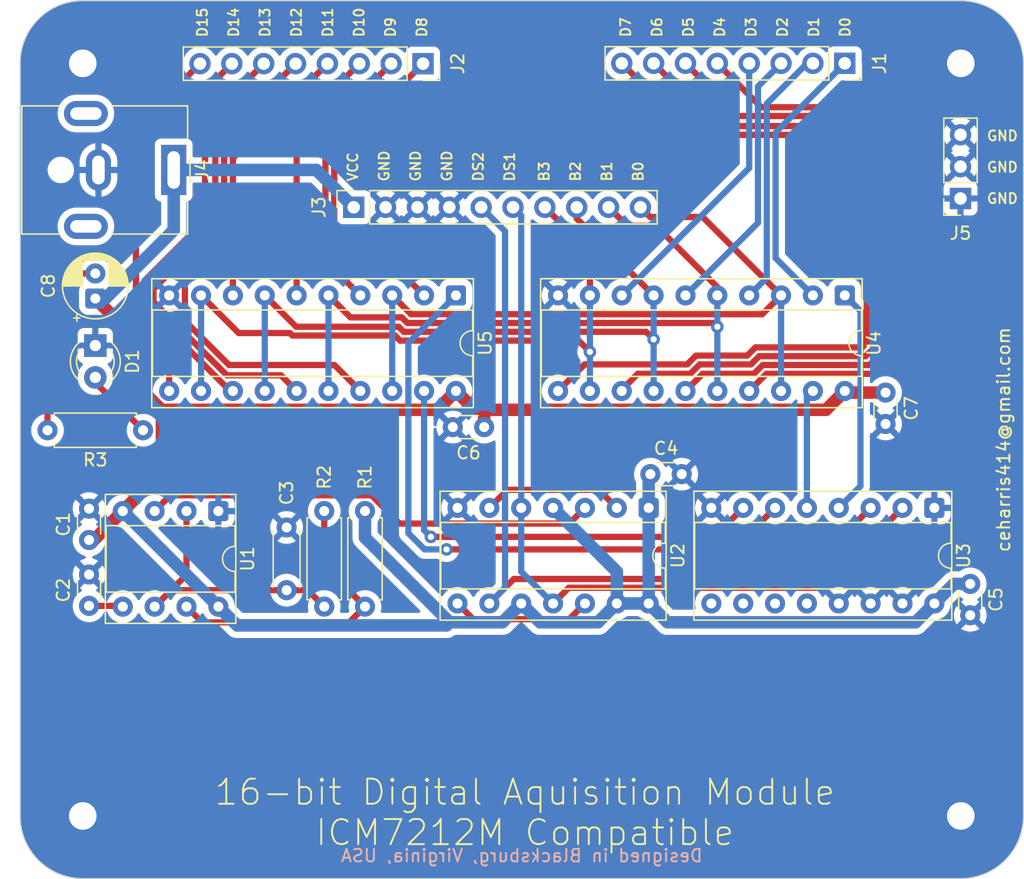
<source format=kicad_pcb>
(kicad_pcb (version 20241229) (generator "pcbnew") (generator_version "9.0")
  (layers (0 "F.Cu" signal) (2 "B.Cu" signal) (13 "F.Paste" user) (15 "B.Paste" user) (5 "F.SilkS" user "F.Silkscreen") (7 "B.SilkS" user "B.Silkscreen") (1 "F.Mask" user) (3 "B.Mask" user) (25 "Edge.Cuts" user))
  (net 0 "")
  (net 1 "VCC")
  (net 2 "GND")
  (net 3 "Net-(U1-CV)")
  (net 4 "Net-(U1-THR)")
  (net 5 "/D3")
  (net 6 "/D2")
  (net 7 "/D6")
  (net 8 "/D0")
  (net 9 "/D7")
  (net 10 "/D1")
  (net 11 "/D5")
  (net 12 "/D4")
  (net 13 "/D8")
  (net 14 "/D10")
  (net 15 "/D11")
  (net 16 "/D12")
  (net 17 "/D9")
  (net 18 "/D13")
  (net 19 "/D14")
  (net 20 "/D15")
  (net 21 "Net-(J3-Pin_5)")
  (net 22 "Net-(J3-Pin_8)")
  (net 23 "Net-(J3-Pin_10)")
  (net 24 "Net-(J3-Pin_9)")
  (net 25 "Net-(J3-Pin_7)")
  (net 26 "Net-(J3-Pin_6)")
  (net 27 "Net-(U1-DIS)")
  (net 28 "Net-(U1-Q)")
  (net 29 "Net-(U2B-D)")
  (net 30 "Net-(U2A-D)")
  (net 32 "Net-(U3-1Y3)")
  (net 35 "Net-(U3-1Y0)")
  (net 37 "Net-(U3-1Y2)")
  (net 38 "Net-(U3-1Y1)")
  (net 39 "Net-(C8-Pad2)")
  (net 40 "Net-(D1-A)")
  (footprint "Connector_BarrelJack:BarrelJack_CUI_PJ-063AH_Horizontal" (layer "F.Cu") (at 62.25 63.5 -90)
    (property "Reference" "J4" (at 0 -2.3 90) (layer "F.SilkS"))
    (property "Value" "Jack-DC")
    (pad "" np_thru_hole circle (at 0 9 270) (size 1.6 1.6) (drill 1.6) (layers "*.Cu" "*.Mask"))
    (pad "1" thru_hole rect (at 0 0 270) (size 4 2) (drill oval 3 1) (layers "*.Cu" "*.Mask") (net 1 "VCC"))
    (pad "2" thru_hole oval (at 0 6 270) (size 3.3 2) (drill oval 2.3 1) (layers "*.Cu" "*.Mask") (net 2 "GND"))
    (pad "MP" thru_hole oval (at -4.5 7 270) (size 2 3.5) (drill oval 1 2.5) (layers "*.Cu" "*.Mask"))
    (pad "MP" thru_hole oval (at 4.5 7 270) (size 2 3.5) (drill oval 1 2.5) (layers "*.Cu" "*.Mask"))
  )
  (footprint "Capacitor_THT:C_Disc_D3.0mm_W1.6mm_P2.50mm" (layer "F.Cu") (at 100.25 87.75)
    (property "Reference" "C4" (at 1.25 -2.05 0) (layer "F.SilkS"))
    (property "Value" "100nF")
    (pad "1" thru_hole circle (at 0 0) (size 1.6 1.6) (drill 0.8) (layers "*.Cu" "*.Mask") (net 1 "VCC"))
    (pad "2" thru_hole circle (at 2.5 0) (size 1.6 1.6) (drill 0.8) (layers "*.Cu" "*.Mask") (net 2 "GND"))
  )
  (footprint "Connector_PinSocket_2.54mm:PinSocket_1x08_P2.54mm_Vertical" (layer "F.Cu") (at 82.125 55.025 -90)
    (property "Reference" "J2" (at 0 -2.77 90) (layer "F.SilkS"))
    (property "Value" "Conn_01x08_Socket" (hide yes))
    (pad "1" thru_hole rect (at 0 0 270) (size 1.7 1.7) (drill 1) (layers "*.Cu" "*.Mask") (net 13 "/D8"))
    (pad "2" thru_hole circle (at 0 2.54 270) (size 1.7 1.7) (drill 1) (layers "*.Cu" "*.Mask") (net 17 "/D9"))
    (pad "3" thru_hole circle (at 0 5.08 270) (size 1.7 1.7) (drill 1) (layers "*.Cu" "*.Mask") (net 14 "/D10"))
    (pad "4" thru_hole circle (at 0 7.62 270) (size 1.7 1.7) (drill 1) (layers "*.Cu" "*.Mask") (net 15 "/D11"))
    (pad "5" thru_hole circle (at 0 10.16 270) (size 1.7 1.7) (drill 1) (layers "*.Cu" "*.Mask") (net 16 "/D12"))
    (pad "6" thru_hole circle (at 0 12.7 270) (size 1.7 1.7) (drill 1) (layers "*.Cu" "*.Mask") (net 18 "/D13"))
    (pad "7" thru_hole circle (at 0 15.24 270) (size 1.7 1.7) (drill 1) (layers "*.Cu" "*.Mask") (net 19 "/D14"))
    (pad "8" thru_hole circle (at 0 17.78 270) (size 1.7 1.7) (drill 1) (layers "*.Cu" "*.Mask") (net 20 "/D15"))
  )
  (footprint "Package_DIP:DIP-16_W7.62mm_Socket" (layer "F.Cu") (at 122.89 90.44 -90)
    (property "Reference" "U3" (at 3.81 -2.33 90) (layer "F.SilkS"))
    (property "Value" "74HC139")
    (pad "1" thru_hole roundrect (at 0 0 270) (size 1.6 1.6) (drill 0.8) (layers "*.Cu" "*.Mask") (roundrect_rratio 0.15625) (net 2 "GND"))
    (pad "2" thru_hole circle (at 0 2.54 270) (size 1.6 1.6) (drill 0.8) (layers "*.Cu" "*.Mask") (net 26 "Net-(J3-Pin_6)"))
    (pad "3" thru_hole circle (at 0 5.08 270) (size 1.6 1.6) (drill 0.8) (layers "*.Cu" "*.Mask") (net 21 "Net-(J3-Pin_5)"))
    (pad "4" thru_hole circle (at 0 7.62 270) (size 1.6 1.6) (drill 0.8) (layers "*.Cu" "*.Mask") (net 35 "Net-(U3-1Y0)"))
    (pad "5" thru_hole circle (at 0 10.16 270) (size 1.6 1.6) (drill 0.8) (layers "*.Cu" "*.Mask") (net 38 "Net-(U3-1Y1)"))
    (pad "6" thru_hole circle (at 0 12.7 270) (size 1.6 1.6) (drill 0.8) (layers "*.Cu" "*.Mask") (net 37 "Net-(U3-1Y2)"))
    (pad "7" thru_hole circle (at 0 15.24 270) (size 1.6 1.6) (drill 0.8) (layers "*.Cu" "*.Mask") (net 32 "Net-(U3-1Y3)"))
    (pad "8" thru_hole circle (at 0 17.78 270) (size 1.6 1.6) (drill 0.8) (layers "*.Cu" "*.Mask") (net 2 "GND"))
    (pad "9" thru_hole circle (at 7.62 17.78 270) (size 1.6 1.6) (drill 0.8) (layers "*.Cu" "*.Mask"))
    (pad "10" thru_hole circle (at 7.62 15.24 270) (size 1.6 1.6) (drill 0.8) (layers "*.Cu" "*.Mask"))
    (pad "11" thru_hole circle (at 7.62 12.7 270) (size 1.6 1.6) (drill 0.8) (layers "*.Cu" "*.Mask"))
    (pad "12" thru_hole circle (at 7.62 10.16 270) (size 1.6 1.6) (drill 0.8) (layers "*.Cu" "*.Mask"))
    (pad "13" thru_hole circle (at 7.62 7.62 270) (size 1.6 1.6) (drill 0.8) (layers "*.Cu" "*.Mask") (net 2 "GND"))
    (pad "14" thru_hole circle (at 7.62 5.08 270) (size 1.6 1.6) (drill 0.8) (layers "*.Cu" "*.Mask") (net 2 "GND"))
    (pad "15" thru_hole circle (at 7.62 2.54 270) (size 1.6 1.6) (drill 0.8) (layers "*.Cu" "*.Mask") (net 2 "GND"))
    (pad "16" thru_hole circle (at 7.62 0 270) (size 1.6 1.6) (drill 0.8) (layers "*.Cu" "*.Mask") (net 1 "VCC"))
  )
  (footprint "Capacitor_THT:C_Disc_D3.0mm_W1.6mm_P2.50mm" (layer "F.Cu") (at 55.5 98.25 90)
    (property "Reference" "C2" (at 1.25 -2.05 90) (layer "F.SilkS"))
    (property "Value" "10nF")
    (pad "1" thru_hole circle (at 0 0 90) (size 1.6 1.6) (drill 0.8) (layers "*.Cu" "*.Mask") (net 3 "Net-(U1-CV)"))
    (pad "2" thru_hole circle (at 2.5 0 90) (size 1.6 1.6) (drill 0.8) (layers "*.Cu" "*.Mask") (net 2 "GND"))
  )
  (footprint "MountingHole:MountingHole_2.2mm_M2_DIN965_Pad" (layer "F.Cu") (at 55 55)
    (property "Reference" "H1" (hide yes))
    (property "Value" "MountingHole_Pad" (hide yes))
    (pad "1" thru_hole circle (at 0 0) (size 3.8 3.8) (drill 2.2) (layers "*.Cu" "*.Mask") (net 2 "GND"))
  )
  (footprint "Package_DIP:DIP-20_W7.62mm_Socket" (layer "F.Cu") (at 115.75 73.5 -90)
    (property "Reference" "U4" (at 3.81 -2.33 90) (layer "F.SilkS"))
    (property "Value" "74HC244")
    (pad "1" thru_hole roundrect (at 0 0 270) (size 1.6 1.6) (drill 0.8) (layers "*.Cu" "*.Mask") (roundrect_rratio 0.15625) (net 35 "Net-(U3-1Y0)"))
    (pad "2" thru_hole circle (at 0 2.54 270) (size 1.6 1.6) (drill 0.8) (layers "*.Cu" "*.Mask") (net 8 "/D0"))
    (pad "3" thru_hole circle (at 0 5.08 270) (size 1.6 1.6) (drill 0.8) (layers "*.Cu" "*.Mask") (net 23 "Net-(J3-Pin_10)"))
    (pad "4" thru_hole circle (at 0 7.62 270) (size 1.6 1.6) (drill 0.8) (layers "*.Cu" "*.Mask") (net 10 "/D1"))
    (pad "5" thru_hole circle (at 0 10.16 270) (size 1.6 1.6) (drill 0.8) (layers "*.Cu" "*.Mask") (net 24 "Net-(J3-Pin_9)"))
    (pad "6" thru_hole circle (at 0 12.7 270) (size 1.6 1.6) (drill 0.8) (layers "*.Cu" "*.Mask") (net 6 "/D2"))
    (pad "7" thru_hole circle (at 0 15.24 270) (size 1.6 1.6) (drill 0.8) (layers "*.Cu" "*.Mask") (net 22 "Net-(J3-Pin_8)"))
    (pad "8" thru_hole circle (at 0 17.78 270) (size 1.6 1.6) (drill 0.8) (layers "*.Cu" "*.Mask") (net 5 "/D3"))
    (pad "9" thru_hole circle (at 0 20.32 270) (size 1.6 1.6) (drill 0.8) (layers "*.Cu" "*.Mask") (net 25 "Net-(J3-Pin_7)"))
    (pad "10" thru_hole circle (at 0 22.86 270) (size 1.6 1.6) (drill 0.8) (layers "*.Cu" "*.Mask") (net 2 "GND"))
    (pad "11" thru_hole circle (at 7.62 22.86 270) (size 1.6 1.6) (drill 0.8) (layers "*.Cu" "*.Mask") (net 9 "/D7"))
    (pad "12" thru_hole circle (at 7.62 20.32 270) (size 1.6 1.6) (drill 0.8) (layers "*.Cu" "*.Mask") (net 25 "Net-(J3-Pin_7)"))
    (pad "13" thru_hole circle (at 7.62 17.78 270) (size 1.6 1.6) (drill 0.8) (layers "*.Cu" "*.Mask") (net 7 "/D6"))
    (pad "14" thru_hole circle (at 7.62 15.24 270) (size 1.6 1.6) (drill 0.8) (layers "*.Cu" "*.Mask") (net 22 "Net-(J3-Pin_8)"))
    (pad "15" thru_hole circle (at 7.62 12.7 270) (size 1.6 1.6) (drill 0.8) (layers "*.Cu" "*.Mask") (net 11 "/D5"))
    (pad "16" thru_hole circle (at 7.62 10.16 270) (size 1.6 1.6) (drill 0.8) (layers "*.Cu" "*.Mask") (net 24 "Net-(J3-Pin_9)"))
    (pad "17" thru_hole circle (at 7.62 7.62 270) (size 1.6 1.6) (drill 0.8) (layers "*.Cu" "*.Mask") (net 12 "/D4"))
    (pad "18" thru_hole circle (at 7.62 5.08 270) (size 1.6 1.6) (drill 0.8) (layers "*.Cu" "*.Mask") (net 23 "Net-(J3-Pin_10)"))
    (pad "19" thru_hole circle (at 7.62 2.54 270) (size 1.6 1.6) (drill 0.8) (layers "*.Cu" "*.Mask") (net 38 "Net-(U3-1Y1)"))
    (pad "20" thru_hole circle (at 7.62 0 270) (size 1.6 1.6) (drill 0.8) (layers "*.Cu" "*.Mask") (net 1 "VCC"))
  )
  (footprint "Package_DIP:DIP-20_W7.62mm_Socket" (layer "F.Cu") (at 84.75 73.5 -90)
    (property "Reference" "U5" (at 3.81 -2.33 90) (layer "F.SilkS"))
    (property "Value" "74HC244")
    (pad "1" thru_hole roundrect (at 0 0 270) (size 1.6 1.6) (drill 0.8) (layers "*.Cu" "*.Mask") (roundrect_rratio 0.15625) (net 37 "Net-(U3-1Y2)"))
    (pad "2" thru_hole circle (at 0 2.54 270) (size 1.6 1.6) (drill 0.8) (layers "*.Cu" "*.Mask") (net 13 "/D8"))
    (pad "3" thru_hole circle (at 0 5.08 270) (size 1.6 1.6) (drill 0.8) (layers "*.Cu" "*.Mask") (net 23 "Net-(J3-Pin_10)"))
    (pad "4" thru_hole circle (at 0 7.62 270) (size 1.6 1.6) (drill 0.8) (layers "*.Cu" "*.Mask") (net 17 "/D9"))
    (pad "5" thru_hole circle (at 0 10.16 270) (size 1.6 1.6) (drill 0.8) (layers "*.Cu" "*.Mask") (net 24 "Net-(J3-Pin_9)"))
    (pad "6" thru_hole circle (at 0 12.7 270) (size 1.6 1.6) (drill 0.8) (layers "*.Cu" "*.Mask") (net 14 "/D10"))
    (pad "7" thru_hole circle (at 0 15.24 270) (size 1.6 1.6) (drill 0.8) (layers "*.Cu" "*.Mask") (net 22 "Net-(J3-Pin_8)"))
    (pad "8" thru_hole circle (at 0 17.78 270) (size 1.6 1.6) (drill 0.8) (layers "*.Cu" "*.Mask") (net 15 "/D11"))
    (pad "9" thru_hole circle (at 0 20.32 270) (size 1.6 1.6) (drill 0.8) (layers "*.Cu" "*.Mask") (net 25 "Net-(J3-Pin_7)"))
    (pad "10" thru_hole circle (at 0 22.86 270) (size 1.6 1.6) (drill 0.8) (layers "*.Cu" "*.Mask") (net 2 "GND"))
    (pad "11" thru_hole circle (at 7.62 22.86 270) (size 1.6 1.6) (drill 0.8) (layers "*.Cu" "*.Mask") (net 20 "/D15"))
    (pad "12" thru_hole circle (at 7.62 20.32 270) (size 1.6 1.6) (drill 0.8) (layers "*.Cu" "*.Mask") (net 25 "Net-(J3-Pin_7)"))
    (pad "13" thru_hole circle (at 7.62 17.78 270) (size 1.6 1.6) (drill 0.8) (layers "*.Cu" "*.Mask") (net 19 "/D14"))
    (pad "14" thru_hole circle (at 7.62 15.24 270) (size 1.6 1.6) (drill 0.8) (layers "*.Cu" "*.Mask") (net 22 "Net-(J3-Pin_8)"))
    (pad "15" thru_hole circle (at 7.62 12.7 270) (size 1.6 1.6) (drill 0.8) (layers "*.Cu" "*.Mask") (net 18 "/D13"))
    (pad "16" thru_hole circle (at 7.62 10.16 270) (size 1.6 1.6) (drill 0.8) (layers "*.Cu" "*.Mask") (net 24 "Net-(J3-Pin_9)"))
    (pad "17" thru_hole circle (at 7.62 7.62 270) (size 1.6 1.6) (drill 0.8) (layers "*.Cu" "*.Mask") (net 16 "/D12"))
    (pad "18" thru_hole circle (at 7.62 5.08 270) (size 1.6 1.6) (drill 0.8) (layers "*.Cu" "*.Mask") (net 23 "Net-(J3-Pin_10)"))
    (pad "19" thru_hole circle (at 7.62 2.54 270) (size 1.6 1.6) (drill 0.8) (layers "*.Cu" "*.Mask") (net 32 "Net-(U3-1Y3)"))
    (pad "20" thru_hole circle (at 7.62 0 270) (size 1.6 1.6) (drill 0.8) (layers "*.Cu" "*.Mask") (net 1 "VCC"))
  )
  (footprint "Package_DIP:DIP-8_W7.62mm_Socket" (layer "F.Cu") (at 65.81 90.695 -90)
    (property "Reference" "U1" (at 3.81 -2.33 270) (layer "F.SilkS"))
    (property "Value" "NE555P")
    (pad "1" thru_hole roundrect (at 0 0 270) (size 1.6 1.6) (drill 0.8) (layers "*.Cu" "*.Mask") (roundrect_rratio 0.15625) (net 2 "GND"))
    (pad "2" thru_hole circle (at 0 2.54 270) (size 1.6 1.6) (drill 0.8) (layers "*.Cu" "*.Mask") (net 4 "Net-(U1-THR)"))
    (pad "3" thru_hole circle (at 0 5.08 270) (size 1.6 1.6) (drill 0.8) (layers "*.Cu" "*.Mask") (net 28 "Net-(U1-Q)"))
    (pad "4" thru_hole circle (at 0 7.62 270) (size 1.6 1.6) (drill 0.8) (layers "*.Cu" "*.Mask") (net 1 "VCC"))
    (pad "5" thru_hole circle (at 7.62 7.62 270) (size 1.6 1.6) (drill 0.8) (layers "*.Cu" "*.Mask") (net 3 "Net-(U1-CV)"))
    (pad "6" thru_hole circle (at 7.62 5.08 270) (size 1.6 1.6) (drill 0.8) (layers "*.Cu" "*.Mask") (net 4 "Net-(U1-THR)"))
    (pad "7" thru_hole circle (at 7.62 2.54 270) (size 1.6 1.6) (drill 0.8) (layers "*.Cu" "*.Mask") (net 27 "Net-(U1-DIS)"))
    (pad "8" thru_hole circle (at 7.62 0 270) (size 1.6 1.6) (drill 0.8) (layers "*.Cu" "*.Mask") (net 1 "VCC"))
  )
  (footprint "Package_DIP:DIP-14_W7.62mm_Socket" (layer "F.Cu") (at 100.115 90.44 -90)
    (property "Reference" "U2" (at 3.81 -2.33 90) (layer "F.SilkS"))
    (property "Value" "74HC74")
    (pad "1" thru_hole roundrect (at 0 0 270) (size 1.6 1.6) (drill 0.8) (layers "*.Cu" "*.Mask") (roundrect_rratio 0.15625) (net 1 "VCC"))
    (pad "2" thru_hole circle (at 0 2.54 270) (size 1.6 1.6) (drill 0.8) (layers "*.Cu" "*.Mask") (net 30 "Net-(U2A-D)"))
    (pad "3" thru_hole circle (at 0 5.08 270) (size 1.6 1.6) (drill 0.8) (layers "*.Cu" "*.Mask") (net 28 "Net-(U1-Q)"))
    (pad "4" thru_hole circle (at 0 7.62 270) (size 1.6 1.6) (drill 0.8) (layers "*.Cu" "*.Mask") (net 1 "VCC"))
    (pad "5" thru_hole circle (at 0 10.16 270) (size 1.6 1.6) (drill 0.8) (layers "*.Cu" "*.Mask") (net 26 "Net-(J3-Pin_6)"))
    (pad "6" thru_hole circle (at 0 12.7 270) (size 1.6 1.6) (drill 0.8) (layers "*.Cu" "*.Mask") (net 30 "Net-(U2A-D)"))
    (pad "7" thru_hole circle (at 0 15.24 270) (size 1.6 1.6) (drill 0.8) (layers "*.Cu" "*.Mask") (net 2 "GND"))
    (pad "8" thru_hole circle (at 7.62 15.24 270) (size 1.6 1.6) (drill 0.8) (layers "*.Cu" "*.Mask") (net 29 "Net-(U2B-D)"))
    (pad "9" thru_hole circle (at 7.62 12.7 270) (size 1.6 1.6) (drill 0.8) (layers "*.Cu" "*.Mask") (net 21 "Net-(J3-Pin_5)"))
    (pad "10" thru_hole circle (at 7.62 10.16 270) (size 1.6 1.6) (drill 0.8) (layers "*.Cu" "*.Mask") (net 1 "VCC"))
    (pad "11" thru_hole circle (at 7.62 7.62 270) (size 1.6 1.6) (drill 0.8) (layers "*.Cu" "*.Mask") (net 26 "Net-(J3-Pin_6)"))
    (pad "12" thru_hole circle (at 7.62 5.08 270) (size 1.6 1.6) (drill 0.8) (layers "*.Cu" "*.Mask") (net 29 "Net-(U2B-D)"))
    (pad "13" thru_hole circle (at 7.62 2.54 270) (size 1.6 1.6) (drill 0.8) (layers "*.Cu" "*.Mask") (net 1 "VCC"))
    (pad "14" thru_hole circle (at 7.62 0 270) (size 1.6 1.6) (drill 0.8) (layers "*.Cu" "*.Mask") (net 1 "VCC"))
  )
  (footprint "Connector_PinSocket_2.54mm:PinSocket_1x10_P2.54mm_Vertical" (layer "F.Cu") (at 76.6 66.475 90)
    (property "Reference" "J3" (at 0 -2.77 90) (layer "F.SilkS"))
    (property "Value" "Conn_01x10_Socket" (hide yes))
    (pad "1" thru_hole rect (at 0 0 90) (size 1.7 1.7) (drill 1) (layers "*.Cu" "*.Mask") (net 1 "VCC"))
    (pad "2" thru_hole circle (at 0 2.54 90) (size 1.7 1.7) (drill 1) (layers "*.Cu" "*.Mask") (net 2 "GND"))
    (pad "3" thru_hole circle (at 0 5.08 90) (size 1.7 1.7) (drill 1) (layers "*.Cu" "*.Mask") (net 2 "GND"))
    (pad "4" thru_hole circle (at 0 7.62 90) (size 1.7 1.7) (drill 1) (layers "*.Cu" "*.Mask") (net 2 "GND"))
    (pad "5" thru_hole circle (at 0 10.16 90) (size 1.7 1.7) (drill 1) (layers "*.Cu" "*.Mask") (net 21 "Net-(J3-Pin_5)"))
    (pad "6" thru_hole circle (at 0 12.7 90) (size 1.7 1.7) (drill 1) (layers "*.Cu" "*.Mask") (net 26 "Net-(J3-Pin_6)"))
    (pad "7" thru_hole circle (at 0 15.24 90) (size 1.7 1.7) (drill 1) (layers "*.Cu" "*.Mask") (net 25 "Net-(J3-Pin_7)"))
    (pad "8" thru_hole circle (at 0 17.78 90) (size 1.7 1.7) (drill 1) (layers "*.Cu" "*.Mask") (net 22 "Net-(J3-Pin_8)"))
    (pad "9" thru_hole circle (at 0 20.32 90) (size 1.7 1.7) (drill 1) (layers "*.Cu" "*.Mask") (net 24 "Net-(J3-Pin_9)"))
    (pad "10" thru_hole circle (at 0 22.86 90) (size 1.7 1.7) (drill 1) (layers "*.Cu" "*.Mask") (net 23 "Net-(J3-Pin_10)"))
  )
  (footprint "Capacitor_THT:C_Disc_D3.0mm_W1.6mm_P2.50mm" (layer "F.Cu") (at 119 81.25 -90)
    (property "Reference" "C7" (at 1.25 -2.05 90) (layer "F.SilkS"))
    (property "Value" "100nF")
    (pad "1" thru_hole circle (at 0 0 270) (size 1.6 1.6) (drill 0.8) (layers "*.Cu" "*.Mask") (net 1 "VCC"))
    (pad "2" thru_hole circle (at 2.5 0 270) (size 1.6 1.6) (drill 0.8) (layers "*.Cu" "*.Mask") (net 2 "GND"))
  )
  (footprint "Resistor_THT:R_Axial_DIN0207_L6.3mm_D2.5mm_P7.62mm_Horizontal" (layer "F.Cu") (at 74.25 98.31 90)
    (property "Reference" "R2" (at 10.31 0 90) (layer "F.SilkS"))
    (property "Value" "100K")
    (pad "1" thru_hole circle (at 0 0 90) (size 1.6 1.6) (drill 0.8) (layers "*.Cu" "*.Mask") (net 4 "Net-(U1-THR)"))
    (pad "2" thru_hole circle (at 7.62 0 90) (size 1.6 1.6) (drill 0.8) (layers "*.Cu" "*.Mask") (net 27 "Net-(U1-DIS)"))
  )
  (footprint "Capacitor_THT:C_Disc_D3.0mm_W1.6mm_P2.50mm" (layer "F.Cu") (at 55.5 93 90)
    (property "Reference" "C1" (at 1.25 -2.05 90) (layer "F.SilkS"))
    (property "Value" "100nF")
    (pad "1" thru_hole circle (at 0 0 90) (size 1.6 1.6) (drill 0.8) (layers "*.Cu" "*.Mask") (net 1 "VCC"))
    (pad "2" thru_hole circle (at 2.5 0 90) (size 1.6 1.6) (drill 0.8) (layers "*.Cu" "*.Mask") (net 2 "GND"))
  )
  (footprint "Capacitor_THT:C_Disc_D4.3mm_W1.9mm_P5.00mm" (layer "F.Cu") (at 71.25 97 90)
    (property "Reference" "C3" (at 7.75 0 90) (layer "F.SilkS"))
    (property "Value" "6.8nF")
    (pad "1" thru_hole circle (at 0 0 90) (size 1.6 1.6) (drill 0.8) (layers "*.Cu" "*.Mask") (net 4 "Net-(U1-THR)"))
    (pad "2" thru_hole circle (at 5 0 90) (size 1.6 1.6) (drill 0.8) (layers "*.Cu" "*.Mask") (net 2 "GND"))
  )
  (footprint "LED_THT:LED_D3.0mm" (layer "F.Cu") (at 56 77.5 -90)
    (property "Reference" "D1" (at 1.27 -2.96 90) (layer "F.SilkS"))
    (property "Value" "LED")
    (pad "1" thru_hole rect (at 0 0 270) (size 1.8 1.8) (drill 0.9) (layers "*.Cu" "*.Mask") (net 2 "GND"))
    (pad "2" thru_hole circle (at 2.54 0 270) (size 1.8 1.8) (drill 0.9) (layers "*.Cu" "*.Mask") (net 40 "Net-(D1-A)"))
  )
  (footprint "Capacitor_THT:C_Disc_D3.0mm_W1.6mm_P2.50mm" (layer "F.Cu") (at 125.75 96.5 -90)
    (property "Reference" "C5" (at 1.25 -2.05 90) (layer "F.SilkS"))
    (property "Value" "100nF")
    (pad "1" thru_hole circle (at 0 0 270) (size 1.6 1.6) (drill 0.8) (layers "*.Cu" "*.Mask") (net 1 "VCC"))
    (pad "2" thru_hole circle (at 2.5 0 270) (size 1.6 1.6) (drill 0.8) (layers "*.Cu" "*.Mask") (net 2 "GND"))
  )
  (footprint "Capacitor_THT:C_Disc_D3.0mm_W1.6mm_P2.50mm" (layer "F.Cu") (at 87 84 180)
    (property "Reference" "C6" (at 1.25 -2.05 0) (layer "F.SilkS"))
    (property "Value" "100nF")
    (pad "1" thru_hole circle (at 0 0 180) (size 1.6 1.6) (drill 0.8) (layers "*.Cu" "*.Mask") (net 1 "VCC"))
    (pad "2" thru_hole circle (at 2.5 0 180) (size 1.6 1.6) (drill 0.8) (layers "*.Cu" "*.Mask") (net 2 "GND"))
  )
  (footprint "MountingHole:MountingHole_2.2mm_M2_DIN965_Pad" (layer "F.Cu") (at 125 115)
    (property "Reference" "H4" (hide yes))
    (property "Value" "MountingHole_Pad" (hide yes))
    (pad "1" thru_hole circle (at 0 0) (size 3.8 3.8) (drill 2.2) (layers "*.Cu" "*.Mask") (net 2 "GND"))
  )
  (footprint "MountingHole:MountingHole_2.2mm_M2_DIN965_Pad" (layer "F.Cu") (at 125 55)
    (property "Reference" "H2" (hide yes))
    (property "Value" "MountingHole_Pad" (hide yes))
    (pad "1" thru_hole circle (at 0 0) (size 3.8 3.8) (drill 2.2) (layers "*.Cu" "*.Mask") (net 2 "GND"))
  )
  (footprint "Resistor_THT:R_Axial_DIN0207_L6.3mm_D2.5mm_P7.62mm_Horizontal" (layer "F.Cu") (at 59.81 84.25 180)
    (property "Reference" "R3" (at 3.81 -2.37 0) (layer "F.SilkS"))
    (property "Value" "1K")
    (pad "1" thru_hole circle (at 0 0 180) (size 1.6 1.6) (drill 0.8) (layers "*.Cu" "*.Mask") (net 40 "Net-(D1-A)"))
    (pad "2" thru_hole circle (at 7.62 0 180) (size 1.6 1.6) (drill 0.8) (layers "*.Cu" "*.Mask") (net 39 "Net-(C8-Pad2)"))
  )
  (footprint "Connector_PinSocket_2.54mm:PinSocket_1x03_P2.54mm_Vertical" (layer "F.Cu") (at 124.975 65.775 180)
    (property "Reference" "J5" (at 0 -2.77 0) (layer "F.SilkS"))
    (property "Value" "Conn_01x03_Socket" (hide yes))
    (pad "1" thru_hole rect (at 0 0 180) (size 1.7 1.7) (drill 1) (layers "*.Cu" "*.Mask") (net 2 "GND"))
    (pad "2" thru_hole circle (at 0 2.54 180) (size 1.7 1.7) (drill 1) (layers "*.Cu" "*.Mask") (net 2 "GND"))
    (pad "3" thru_hole circle (at 0 5.08 180) (size 1.7 1.7) (drill 1) (layers "*.Cu" "*.Mask") (net 2 "GND"))
  )
  (footprint "Connector_PinSocket_2.54mm:PinSocket_1x08_P2.54mm_Vertical" (layer "F.Cu") (at 115.75 55 -90)
    (property "Reference" "J1" (at 0 -2.77 90) (layer "F.SilkS"))
    (property "Value" "Conn_01x08_Socket" (hide yes))
    (pad "1" thru_hole rect (at 0 0 270) (size 1.7 1.7) (drill 1) (layers "*.Cu" "*.Mask") (net 8 "/D0"))
    (pad "2" thru_hole circle (at 0 2.54 270) (size 1.7 1.7) (drill 1) (layers "*.Cu" "*.Mask") (net 10 "/D1"))
    (pad "3" thru_hole circle (at 0 5.08 270) (size 1.7 1.7) (drill 1) (layers "*.Cu" "*.Mask") (net 6 "/D2"))
    (pad "4" thru_hole circle (at 0 7.62 270) (size 1.7 1.7) (drill 1) (layers "*.Cu" "*.Mask") (net 5 "/D3"))
    (pad "5" thru_hole circle (at 0 10.16 270) (size 1.7 1.7) (drill 1) (layers "*.Cu" "*.Mask") (net 12 "/D4"))
    (pad "6" thru_hole circle (at 0 12.7 270) (size 1.7 1.7) (drill 1) (layers "*.Cu" "*.Mask") (net 11 "/D5"))
    (pad "7" thru_hole circle (at 0 15.24 270) (size 1.7 1.7) (drill 1) (layers "*.Cu" "*.Mask") (net 7 "/D6"))
    (pad "8" thru_hole circle (at 0 17.78 270) (size 1.7 1.7) (drill 1) (layers "*.Cu" "*.Mask") (net 9 "/D7"))
  )
  (footprint "Capacitor_THT:CP_Radial_D5.0mm_P2.00mm" (layer "F.Cu") (at 56 73.75 90)
    (property "Reference" "C8" (at 1 -3.75 90) (layer "F.SilkS"))
    (property "Value" "1µF")
    (pad "1" thru_hole roundrect (at 0 0 90) (size 1.6 1.6) (drill 0.8) (layers "*.Cu" "*.Mask") (roundrect_rratio 0.15625) (net 1 "VCC"))
    (pad "2" thru_hole circle (at 2 0 90) (size 1.6 1.6) (drill 0.8) (layers "*.Cu" "*.Mask") (net 39 "Net-(C8-Pad2)"))
  )
  (footprint "Resistor_THT:R_Axial_DIN0207_L6.3mm_D2.5mm_P7.62mm_Horizontal" (layer "F.Cu") (at 77.5 90.69 -90)
    (property "Reference" "R1" (at -2.69 0 90) (layer "F.SilkS"))
    (property "Value" "1K")
    (pad "1" thru_hole circle (at 0 0 270) (size 1.6 1.6) (drill 0.8) (layers "*.Cu" "*.Mask") (net 1 "VCC"))
    (pad "2" thru_hole circle (at 7.62 0 270) (size 1.6 1.6) (drill 0.8) (layers "*.Cu" "*.Mask") (net 27 "Net-(U1-DIS)"))
  )
  (footprint "MountingHole:MountingHole_2.2mm_M2_DIN965_Pad" (layer "F.Cu") (at 55 115)
    (property "Reference" "H3" (hide yes))
    (property "Value" "MountingHole_Pad" (hide yes))
    (pad "1" thru_hole circle (at 0 0) (size 3.8 3.8) (drill 2.2) (layers "*.Cu" "*.Mask") (net 2 "GND"))
  )
  (gr_line (start 55 50) (end 125 50) (stroke (width 0.1)) (layer "Edge.Cuts"))
  (gr_line (start 50 115) (end 50 55) (stroke (width 0.1)) (layer "Edge.Cuts"))
  (gr_arc (start 55 120) (mid 51.464466 118.535534) (end 50 115) (stroke (width 0.1)) (layer "Edge.Cuts"))
  (gr_line (start 130 55) (end 130 115) (stroke (width 0.1)) (layer "Edge.Cuts"))
  (gr_arc (start 130 115) (mid 128.535534 118.535534) (end 125 120) (stroke (width 0.1)) (layer "Edge.Cuts"))
  (gr_line (start 125 120) (end 55 120) (stroke (width 0.1)) (layer "Edge.Cuts"))
  (gr_arc (start 125 50) (mid 128.535534 51.464466) (end 130 55) (stroke (width 0.1)) (layer "Edge.Cuts"))
  (gr_arc (start 50 55) (mid 51.464466 51.464466) (end 55 50) (stroke (width 0.1)) (layer "Edge.Cuts"))
  (gr_text "D13" (at 70 53 90) (layer "F.SilkS") (effects (font (size 0.8 0.8)) (justify left bottom)))
  (gr_text "D14" (at 67.5 53 90) (layer "F.SilkS") (effects (font (size 0.8 0.8)) (justify left bottom)))
  (gr_text "D15" (at 65 53 90) (layer "F.SilkS") (effects (font (size 0.8 0.8)) (justify left bottom)))
  (gr_text "D2" (at 111.25 53 90) (layer "F.SilkS") (effects (font (size 0.8 0.8)) (justify left bottom)))
  (gr_text "D12" (at 72.5 53 90) (layer "F.SilkS") (effects (font (size 0.8 0.8)) (justify left bottom)))
  (gr_text "GND" (at 127 61.25 0) (layer "F.SilkS") (effects (font (size 0.8 0.8)) (justify left bottom)))
  (gr_text "VCC" (at 77 64.5 90) (layer "F.SilkS") (effects (font (size 0.8 0.8)) (justify left bottom)))
  (gr_text "GND" (at 84.5 64.5 90) (layer "F.SilkS") (effects (font (size 0.8 0.8)) (justify left bottom)))
  (gr_text "DS1" (at 89.5 64.5 90) (layer "F.SilkS") (effects (font (size 0.8 0.8)) (justify left bottom)))
  (gr_text "D1" (at 113.75 53 90) (layer "F.SilkS") (effects (font (size 0.8 0.8)) (justify left bottom)))
  (gr_text "D11" (at 75 53 90) (layer "F.SilkS") (effects (font (size 0.8 0.8)) (justify left bottom)))
  (gr_text "D10" (at 77.5 53 90) (layer "F.SilkS") (effects (font (size 0.8 0.8)) (justify left bottom)))
  (gr_text "16-bit Digital Aquisition Module\nICM7212M Compatible" (at 90.25 117.5 0) (layer "F.SilkS") (effects (font (size 2 2)) (justify bottom)))
  (gr_text "ceharris414@gmail.com" (at 129 85 90) (layer "F.SilkS") (effects (font (size 1 1)) (justify bottom)))
  (gr_text "DS2" (at 87 64.5 90) (layer "F.SilkS") (effects (font (size 0.8 0.8)) (justify left bottom)))
  (gr_text "D3" (at 108.75 53 90) (layer "F.SilkS") (effects (font (size 0.8 0.8)) (justify left bottom)))
  (gr_text "D9" (at 80 53 90) (layer "F.SilkS") (effects (font (size 0.8 0.8)) (justify left bottom)))
  (gr_text "D8" (at 82.5 53 90) (layer "F.SilkS") (effects (font (size 0.8 0.8)) (justify left bottom)))
  (gr_text "GND" (at 127 66.25 0) (layer "F.SilkS") (effects (font (size 0.8 0.8)) (justify left bottom)))
  (gr_text "D0" (at 116.25 53 90) (layer "F.SilkS") (effects (font (size 0.8 0.8)) (justify left bottom)))
  (gr_text "B2" (at 94.75 64.5 90) (layer "F.SilkS") (effects (font (size 0.8 0.8)) (justify left bottom)))
  (gr_text "B3" (at 92.25 64.5 90) (layer "F.SilkS") (effects (font (size 0.8 0.8)) (justify left bottom)))
  (gr_text "D4" (at 106.25 53 90) (layer "F.SilkS") (effects (font (size 0.8 0.8)) (justify left bottom)))
  (gr_text "B0" (at 99.75 64.5 90) (layer "F.SilkS") (effects (font (size 0.8 0.8)) (justify left bottom)))
  (gr_text "GND" (at 127 63.75 0) (layer "F.SilkS") (effects (font (size 0.8 0.8)) (justify left bottom)))
  (gr_text "GND" (at 82 64.5 90) (layer "F.SilkS") (effects (font (size 0.8 0.8)) (justify left bottom)))
  (gr_text "D5" (at 103.75 53 90) (layer "F.SilkS") (effects (font (size 0.8 0.8)) (justify left bottom)))
  (gr_text "B1" (at 97.25 64.5 90) (layer "F.SilkS") (effects (font (size 0.8 0.8)) (justify left bottom)))
  (gr_text "D6" (at 101.25 53 90) (layer "F.SilkS") (effects (font (size 0.8 0.8)) (justify left bottom)))
  (gr_text "D7" (at 98.75 53 90) (layer "F.SilkS") (effects (font (size 0.8 0.8)) (justify left bottom)))
  (gr_text "GND" (at 79.5 64.5 90) (layer "F.SilkS") (effects (font (size 0.8 0.8)) (justify left bottom)))
  (gr_text "Designed in Blacksburg, Virginia, USA" (at 90 118.75 0) (layer "B.SilkS") (effects (font (size 1 1)) (justify bottom mirror)))
  (segment (start 60 81.352735) (end 61.268265 82.621) (width 1) (layer "F.Cu") (net 1))
  (segment (start 115.88 81.25) (end 115.75 81.12) (width 1) (layer "F.Cu") (net 1))
  (segment (start 86.251 82.621) (end 87 82.621) (width 1) (layer "F.Cu") (net 1))
  (segment (start 55.5 93) (end 55.885 93) (width 1) (layer "F.Cu") (net 1))
  (segment (start 56 73.75) (end 60 77.75) (width 1) (layer "F.Cu") (net 1))
  (segment (start 96.25 82.621) (end 114.249 82.621) (width 1) (layer "F.Cu") (net 1))
  (segment (start 83.249 82.621) (end 84.75 81.12) (width 1) (layer "F.Cu") (net 1))
  (segment (start 61.268265 82.621) (end 83.249 82.621) (width 1) (layer "F.Cu") (net 1))
  (segment (start 119 81.25) (end 115.88 81.25) (width 1) (layer "F.Cu") (net 1))
  (segment (start 60 77.75) (end 60 81.352735) (width 1) (layer "F.Cu") (net 1))
  (segment (start 61.311 87.574) (end 58.19 90.695) (width 1) (layer "F.Cu") (net 1))
  (segment (start 55.885 93) (end 58.19 90.695) (width 1) (layer "F.Cu") (net 1))
  (segment (start 87 82.621) (end 87 84) (width 1) (layer "F.Cu") (net 1))
  (segment (start 114.249 82.621) (end 115.75 81.12) (width 1) (layer "F.Cu") (net 1))
  (segment (start 61.311 82.663735) (end 61.311 87.574) (width 1) (layer "F.Cu") (net 1))
  (segment (start 100.25 90.305) (end 100.115 90.44) (width 1) (layer "F.Cu") (net 1))
  (segment (start 86.251 82.621) (end 96.25 82.621) (width 1) (layer "F.Cu") (net 1))
  (segment (start 84.75 81.12) (end 86.251 82.621) (width 1) (layer "F.Cu") (net 1))
  (segment (start 61.268265 82.621) (end 61.311 82.663735) (width 1) (layer "F.Cu") (net 1))
  (segment (start 97.575 98.06) (end 100.115 98.06) (width 1) (layer "B.Cu") (net 1))
  (segment (start 84.003265 99.811) (end 67.306 99.811) (width 1) (layer "B.Cu") (net 1))
  (segment (start 67.306 99.811) (end 65.81 98.315) (width 1) (layer "B.Cu") (net 1))
  (segment (start 96.074 99.561) (end 97.575 98.06) (width 1) (layer "B.Cu") (net 1))
  (segment (start 121.389 99.561) (end 122.89 98.06) (width 1) (layer "B.Cu") (net 1))
  (segment (start 62.25 68.3) (end 56.8 73.75) (width 1) (layer "B.Cu") (net 1))
  (segment (start 91.456 99.561) (end 96.074 99.561) (width 1) (layer "B.Cu") (net 1))
  (segment (start 77.5 92.807735) (end 84.253265 99.561) (width 1) (layer "B.Cu") (net 1))
  (segment (start 100.115 98.06) (end 101.616 99.561) (width 1) (layer "B.Cu") (net 1))
  (segment (start 65.81 98.315) (end 58.19 90.695) (width 1) (layer "B.Cu") (net 1))
  (segment (start 100.115 90.44) (end 100.115 98.06) (width 1) (layer "B.Cu") (net 1))
  (segment (start 62.25 63.5) (end 73.625 63.5) (width 1) (layer "B.Cu") (net 1))
  (segment (start 101.616 99.561) (end 121.389 99.561) (width 1) (layer "B.Cu") (net 1))
  (segment (start 89.955 98.06) (end 91.456 99.561) (width 1) (layer "B.Cu") (net 1))
  (segment (start 56.8 73.75) (end 56 73.75) (width 1) (layer "B.Cu") (net 1))
  (segment (start 84.253265 99.561) (end 88.454 99.561) (width 1) (layer "B.Cu") (net 1))
  (segment (start 97.575 95.52) (end 92.495 90.44) (width 1) (layer "B.Cu") (net 1))
  (segment (start 100.115 87.885) (end 100.25 87.75) (width 1) (layer "B.Cu") (net 1))
  (segment (start 77.5 90.69) (end 77.5 92.807735) (width 1) (layer "B.Cu") (net 1))
  (segment (start 84.253265 99.561) (end 84.003265 99.811) (width 1) (layer "B.Cu") (net 1))
  (segment (start 100.115 90.44) (end 100.115 87.885) (width 1) (layer "B.Cu") (net 1))
  (segment (start 124.45 96.5) (end 122.89 98.06) (width 1) (layer "B.Cu") (net 1))
  (segment (start 97.575 98.06) (end 97.575 95.52) (width 1) (layer "B.Cu") (net 1))
  (segment (start 73.625 63.5) (end 76.6 66.475) (width 1) (layer "B.Cu") (net 1))
  (segment (start 125.75 96.5) (end 124.45 96.5) (width 1) (layer "B.Cu") (net 1))
  (segment (start 88.454 99.561) (end 89.955 98.06) (width 1) (layer "B.Cu") (net 1))
  (segment (start 62.25 63.5) (end 62.25 68.3) (width 1) (layer "B.Cu") (net 1))
  (segment (start 58.125 98.25) (end 58.19 98.315) (width 0.5) (layer "F.Cu") (net 3))
  (segment (start 55.5 98.25) (end 58.125 98.25) (width 0.5) (layer "F.Cu") (net 3))
  (segment (start 62.045 97) (end 61.2725 97.7725) (width 0.5) (layer "F.Cu") (net 4))
  (segment (start 61.2725 97.7725) (end 60.73 98.315) (width 0.5) (layer "F.Cu") (net 4))
  (segment (start 71.25 97) (end 62.045 97) (width 0.5) (layer "F.Cu") (net 4))
  (segment (start 63.27 95.775) (end 61.2725 97.7725) (width 0.5) (layer "F.Cu") (net 4))
  (segment (start 63.27 90.695) (end 63.27 95.775) (width 0.5) (layer "F.Cu") (net 4))
  (segment (start 71.25 97) (end 72.94 97) (width 0.5) (layer "F.Cu") (net 4))
  (segment (start 72.94 97) (end 74.25 98.31) (width 0.5) (layer "F.Cu") (net 4))
  (segment (start 108.13 63.34) (end 108.13 55) (width 0.5) (layer "B.Cu") (net 5))
  (segment (start 97.97 73.5) (end 108.13 63.34) (width 0.5) (layer "B.Cu") (net 5))
  (segment (start 108.831 67.719) (end 108.831 56.839) (width 0.5) (layer "B.Cu") (net 6))
  (segment (start 103.05 73.5) (end 108.831 67.719) (width 0.5) (layer "B.Cu") (net 6))
  (segment (start 108.831 56.839) (end 110.67 55) (width 0.5) (layer "B.Cu") (net 6))
  (segment (start 99.25 79.75) (end 103.428636 79.75) (width 0.5) (layer "F.Cu") (net 7))
  (segment (start 117.419272 78.348) (end 118.25 77.517272) (width 0.5) (layer "F.Cu") (net 7))
  (segment (start 97.97 81.03) (end 99.25 79.75) (width 0.5) (layer "F.Cu") (net 7))
  (segment (start 97.97 81.12) (end 97.97 81.03) (width 0.5) (layer "F.Cu") (net 7))
  (segment (start 118.25 61.75) (end 116.5 60) (width 0.5) (layer "F.Cu") (net 7))
  (segment (start 108.919272 78.348) (end 117.419272 78.348) (width 0.5) (layer "F.Cu") (net 7))
  (segment (start 118.25 77.517272) (end 118.25 61.75) (width 0.5) (layer "F.Cu") (net 7))
  (segment (start 116.5 60) (end 105.51 60) (width 0.5) (layer "F.Cu") (net 7))
  (segment (start 108.267272 79) (end 108.919272 78.348) (width 0.5) (layer "F.Cu") (net 7))
  (segment (start 105.51 60) (end 100.51 55) (width 0.5) (layer "F.Cu") (net 7))
  (segment (start 104.178636 79) (end 108.267272 79) (width 0.5) (layer "F.Cu") (net 7))
  (segment (start 103.428636 79.75) (end 104.178636 79) (width 0.5) (layer "F.Cu") (net 7))
  (segment (start 110.233 70.523) (end 113.21 73.5) (width 0.5) (layer "B.Cu") (net 8))
  (segment (start 115.75 55) (end 110.233 60.517) (width 0.5) (layer "B.Cu") (net 8))
  (segment (start 110.233 60.517) (end 110.233 70.523) (width 0.5) (layer "B.Cu") (net 8))
  (segment (start 107.976908 78.299) (end 108.628908 77.647) (width 0.5) (layer "F.Cu") (net 9))
  (segment (start 108.628908 77.647) (end 117.128908 77.647) (width 0.5) (layer "F.Cu") (net 9))
  (segment (start 103.671 60.701) (end 97.97 55) (width 0.5) (layer "F.Cu") (net 9))
  (segment (start 116.201 60.701) (end 103.671 60.701) (width 0.5) (layer "F.Cu") (net 9))
  (segment (start 117.5 77.275908) (end 117.5 62) (width 0.5) (layer "F.Cu") (net 9))
  (segment (start 103.187272 79) (end 103.888272 78.299) (width 0.5) (layer "F.Cu") (net 9))
  (segment (start 95.01 79) (end 103.187272 79) (width 0.5) (layer "F.Cu") (net 9))
  (segment (start 117.5 62) (end 116.201 60.701) (width 0.5) (layer "F.Cu") (net 9))
  (segment (start 92.89 81.12) (end 95.01 79) (width 0.5) (layer "F.Cu") (net 9))
  (segment (start 103.888272 78.299) (end 107.976908 78.299) (width 0.5) (layer "F.Cu") (net 9))
  (segment (start 117.128908 77.647) (end 117.5 77.275908) (width 0.5) (layer "F.Cu") (net 9))
  (segment (start 109.532 72.098) (end 108.13 73.5) (width 0.5) (layer "B.Cu") (net 10))
  (segment (start 113.21 55) (end 112.75 55) (width 0.5) (layer "B.Cu") (net 10))
  (segment (start 109.532 58.218) (end 109.532 72.098) (width 0.5) (layer "B.Cu") (net 10))
  (segment (start 112.75 55) (end 109.532 58.218) (width 0.5) (layer "B.Cu") (net 10))
  (segment (start 117.709636 79.049) (end 118.951 77.807636) (width 0.5) (layer "F.Cu") (net 11))
  (segment (start 118.75 61.25) (end 116.701 59.201) (width 0.5) (layer "F.Cu") (net 11))
  (segment (start 104.42 79.75) (end 108.508636 79.75) (width 0.5) (layer "F.Cu") (net 11))
  (segment (start 109.209636 79.049) (end 117.709636 79.049) (width 0.5) (layer "F.Cu") (net 11))
  (segment (start 116.701 59.201) (end 107.251 59.201) (width 0.5) (layer "F.Cu") (net 11))
  (segment (start 108.508636 79.75) (end 109.209636 79.049) (width 0.5) (layer "F.Cu") (net 11))
  (segment (start 103.05 81.12) (end 104.42 79.75) (width 0.5) (layer "F.Cu") (net 11))
  (segment (start 107.251 59.201) (end 103.05 55) (width 0.5) (layer "F.Cu") (net 11))
  (segment (start 118.75 61.258636) (end 118.75 61.25) (width 0.5) (layer "F.Cu") (net 11))
  (segment (start 118.951 61.459636) (end 118.75 61.258636) (width 0.5) (layer "F.Cu") (net 11))
  (segment (start 118.951 77.807636) (end 118.951 61.459636) (width 0.5) (layer "F.Cu") (net 11))
  (segment (start 109.09 58.5) (end 105.59 55) (width 0.5) (layer "F.Cu") (net 12))
  (segment (start 109.5 79.75) (end 118 79.75) (width 0.5) (layer "F.Cu") (net 12))
  (segment (start 108.13 81.12) (end 109.5 79.75) (width 0.5) (layer "F.Cu") (net 12))
  (segment (start 119.652 78.098) (end 119.652 61.169272) (width 0.5) (layer "F.Cu") (net 12))
  (segment (start 119.451 60.959636) (end 116.991364 58.5) (width 0.5) (layer "F.Cu") (net 12))
  (segment (start 118 79.75) (end 119.652 78.098) (width 0.5) (layer "F.Cu") (net 12))
  (segment (start 116.991364 58.5) (end 109.09 58.5) (width 0.5) (layer "F.Cu") (net 12))
  (segment (start 119.451 60.968272) (end 119.451 60.959636) (width 0.5) (layer "F.Cu") (net 12))
  (segment (start 119.652 61.169272) (end 119.451 60.968272) (width 0.5) (layer "F.Cu") (net 12))
  (segment (start 75.049 68.955659) (end 77.665659 68.955659) (width 0.5) (layer "F.Cu") (net 13))
  (segment (start 76.882 58.719364) (end 78.430636 58.719364) (width 0.5) (layer "F.Cu") (net 13))
  (segment (start 78.430636 58.719364) (end 82.125 55.025) (width 0.5) (layer "F.Cu") (net 13))
  (segment (start 77.665659 68.955659) (end 82.21 73.5) (width 0.5) (layer "F.Cu") (net 13))
  (segment (start 75.049 60.552364) (end 76.882 58.719364) (width 0.5) (layer "F.Cu") (net 13))
  (segment (start 75.049 68.955659) (end 75.049 60.552364) (width 0.5) (layer "F.Cu") (net 13))
  (segment (start 72.05 60.02) (end 77.045 55.025) (width 0.5) (layer "F.Cu") (net 14))
  (segment (start 72.05 73.5) (end 72.05 60.02) (width 0.5) (layer "F.Cu") (net 14))
  (segment (start 66.97 73.5) (end 66.97 62.56) (width 0.5) (layer "F.Cu") (net 15))
  (segment (start 66.97 62.56) (end 74.505 55.025) (width 0.5) (layer "F.Cu") (net 15))
  (segment (start 66.269 68.731) (end 63.141 71.859) (width 0.5) (layer "F.Cu") (net 16))
  (segment (start 63.141 75.528818) (end 66.661182 79.049) (width 0.5) (layer "F.Cu") (net 16))
  (segment (start 75.059 79.049) (end 77.13 81.12) (width 0.5) (layer "F.Cu") (net 16))
  (segment (start 71.965 55.025) (end 66.269 60.721) (width 0.5) (layer "F.Cu") (net 16))
  (segment (start 63.141 71.859) (end 63.141 75.528818) (width 0.5) (layer "F.Cu") (net 16))
  (segment (start 66.661182 79.049) (end 75.059 79.049) (width 0.5) (layer "F.Cu") (net 16))
  (segment (start 66.269 60.721) (end 66.269 68.731) (width 0.5) (layer "F.Cu") (net 16))
  (segment (start 77.13 73.5) (end 74.348 70.718) (width 0.5) (layer "F.Cu") (net 17))
  (segment (start 74.348 60.262) (end 79.585 55.025) (width 0.5) (layer "F.Cu") (net 17))
  (segment (start 74.348 70.718) (end 74.348 60.262) (width 0.5) (layer "F.Cu") (net 17))
  (segment (start 76.598 72.968) (end 77.13 73.5) (width 0.5) (layer "B.Cu") (net 17))
  (segment (start 69.425 55.025) (end 65.568 58.882) (width 0.5) (layer "F.Cu") (net 18))
  (segment (start 60.639 72.981818) (end 60.639 74.018182) (width 0.5) (layer "F.Cu") (net 18))
  (segment (start 65.568 58.882) (end 65.568 68.052818) (width 0.5) (layer "F.Cu") (net 18))
  (segment (start 70.799 79.869) (end 72.05 81.12) (width 0.5) (layer "F.Cu") (net 18))
  (segment (start 65.568 68.052818) (end 60.639 72.981818) (width 0.5) (layer "F.Cu") (net 18))
  (segment (start 60.639 74.018182) (end 66.489818 79.869) (width 0.5) (layer "F.Cu") (net 18))
  (segment (start 66.489818 79.869) (end 70.799 79.869) (width 0.5) (layer "F.Cu") (net 18))
  (segment (start 66.749454 81.12) (end 59.938 74.308546) (width 0.5) (layer "F.Cu") (net 19))
  (segment (start 59.938 72.312) (end 64.75 67.5) (width 0.5) (layer "F.Cu") (net 19))
  (segment (start 66.97 81.12) (end 66.749454 81.12) (width 0.5) (layer "F.Cu") (net 19))
  (segment (start 59.938 74.308546) (end 59.938 72.312) (width 0.5) (layer "F.Cu") (net 19))
  (segment (start 64.75 67.5) (end 64.75 57.16) (width 0.5) (layer "F.Cu") (net 19))
  (segment (start 64.75 57.16) (end 66.885 55.025) (width 0.5) (layer "F.Cu") (net 19))
  (segment (start 59.237 74.737) (end 61.89 77.39) (width 0.5) (layer "F.Cu") (net 20))
  (segment (start 64.345 55.025) (end 59.237 60.133) (width 0.5) (layer "F.Cu") (net 20))
  (segment (start 61.89 77.39) (end 61.89 81.12) (width 0.5) (layer "F.Cu") (net 20))
  (segment (start 59.237 60.133) (end 59.237 74.737) (width 0.5) (layer "F.Cu") (net 20))
  (segment (start 89.367 96.108) (end 87.415 98.06) (width 0.5) (layer "F.Cu") (net 21))
  (segment (start 117.81 90.44) (end 112.142 96.108) (width 0.5) (layer "F.Cu") (net 21))
  (segment (start 112.142 96.108) (end 89.367 96.108) (width 0.5) (layer "F.Cu") (net 21))
  (segment (start 88.666 68.381) (end 86.76 66.475) (width 0.5) (layer "B.Cu") (net 21))
  (segment (start 87.415 98.06) (end 88.666 96.809) (width 0.5) (layer "B.Cu") (net 21))
  (segment (start 88.666 96.809) (end 88.666 68.381) (width 0.5) (layer "B.Cu") (net 21))
  (segment (start 99.912 76.402) (end 100.51 77) (width 0.5) (layer "F.Cu") (net 22))
  (segment (start 69.51 73.5) (end 72.01 76) (width 0.5) (layer "F.Cu") (net 22))
  (segment (start 80.589272 76.402) (end 99.912 76.402) (width 0.5) (layer "F.Cu") (net 22))
  (segment (start 94.38 67.37) (end 94.38 66.475) (width 0.5) (layer "F.Cu") (net 22))
  (segment (start 72.01 76) (end 80.187272 76) (width 0.5) (layer "F.Cu") (net 22))
  (segment (start 100.51 73.5) (end 94.38 67.37) (width 0.5) (layer "F.Cu") (net 22))
  (segment (start 80.187272 76) (end 80.589272 76.402) (width 0.5) (layer "F.Cu") (net 22))
  (via (at 100.51 77) (size 1) (drill 0.5) (layers "F.Cu" "B.Cu") (net 22))
  (segment (start 100.51 77) (end 100.51 73.5) (width 0.5) (layer "B.Cu") (net 22))
  (segment (start 100.51 81.12) (end 100.51 77) (width 0.5) (layer "B.Cu") (net 22))
  (segment (start 69.51 73.5) (end 69.51 81.12) (width 0.5) (layer "B.Cu") (net 22))
  (segment (start 110.67 73.5) (end 104.42 67.25) (width 0.5) (layer "F.Cu") (net 23))
  (segment (start 104.42 67.25) (end 100.235 67.25) (width 0.5) (layer "F.Cu") (net 23))
  (segment (start 79.67 73.5) (end 81.17 75) (width 0.5) (layer "F.Cu") (net 23))
  (segment (start 81.17 75) (end 109.17 75) (width 0.5) (layer "F.Cu") (net 23))
  (segment (start 109.17 75) (end 110.67 73.5) (width 0.5) (layer "F.Cu") (net 23))
  (segment (start 100.235 67.25) (end 99.46 66.475) (width 0.5) (layer "F.Cu") (net 23))
  (segment (start 110.67 81.12) (end 110.67 73.5) (width 0.5) (layer "B.Cu") (net 23))
  (segment (start 79.67 73.5) (end 79.67 81.12) (width 0.5) (layer "B.Cu") (net 23))
  (segment (start 80.879636 75.701) (end 105.291 75.701) (width 0.5) (layer "F.Cu") (net 24))
  (segment (start 98.396 67.951) (end 96.92 66.475) (width 0.5) (layer "F.Cu") (net 24))
  (segment (start 74.59 73.5) (end 76.34 75.25) (width 0.5) (layer "F.Cu") (net 24))
  (segment (start 105.59 72.84) (end 100.701 67.951) (width 0.5) (layer "F.Cu") (net 24))
  (segment (start 76.34 75.25) (end 80.428636 75.25) (width 0.5) (layer "F.Cu") (net 24))
  (segment (start 105.291 75.701) (end 105.59 76) (width 0.5) (layer "F.Cu") (net 24))
  (segment (start 100.701 67.951) (end 98.396 67.951) (width 0.5) (layer "F.Cu") (net 24))
  (segment (start 105.59 73.5) (end 105.59 72.84) (width 0.5) (layer "F.Cu") (net 24))
  (segment (start 80.428636 75.25) (end 80.879636 75.701) (width 0.5) (layer "F.Cu") (net 24))
  (via (at 105.59 76) (size 1) (drill 0.5) (layers "F.Cu" "B.Cu") (net 24))
  (segment (start 105.59 76) (end 105.59 73.5) (width 0.5) (layer "B.Cu") (net 24))
  (segment (start 74.59 73.5) (end 74.59 81.12) (width 0.5) (layer "B.Cu") (net 24))
  (segment (start 105.59 81.12) (end 105.59 76) (width 0.5) (layer "B.Cu") (net 24))
  (segment (start 79.896908 76.701) (end 80.298908 77.103) (width 0.5) (layer "F.Cu") (net 25))
  (segment (start 95.43 73.5) (end 95.43 70.065) (width 0.5) (layer "F.Cu") (net 25))
  (segment (start 95.43 70.065) (end 91.84 66.475) (width 0.5) (layer "F.Cu") (net 25))
  (segment (start 71.518636 76.5) (end 71.719636 76.701) (width 0.5) (layer "F.Cu") (net 25))
  (segment (start 71.719636 76.701) (end 79.896908 76.701) (width 0.5) (layer "F.Cu") (net 25))
  (segment (start 64.43 73.5) (end 67.43 76.5) (width 0.5) (layer "F.Cu") (net 25))
  (segment (start 94.533 77.103) (end 95.43 78) (width 0.5) (layer "F.Cu") (net 25))
  (segment (start 80.298908 77.103) (end 94.533 77.103) (width 0.5) (layer "F.Cu") (net 25))
  (segment (start 67.43 76.5) (end 71.518636 76.5) (width 0.5) (layer "F.Cu") (net 25))
  (via (at 95.43 78) (size 1) (drill 0.5) (layers "F.Cu" "B.Cu") (net 25))
  (segment (start 64.43 73.5) (end 64.43 81.12) (width 0.5) (layer "B.Cu") (net 25))
  (segment (start 95.43 81.12) (end 95.43 78) (width 0.5) (layer "B.Cu") (net 25))
  (segment (start 95.43 78) (end 95.43 73.5) (width 0.5) (layer "B.Cu") (net 25))
  (segment (start 93.746 96.809) (end 113.981 96.809) (width 0.5) (layer "F.Cu") (net 26))
  (segment (start 92.495 98.06) (end 93.746 96.809) (width 0.5) (layer "F.Cu") (net 26))
  (segment (start 113.981 96.809) (end 120.35 90.44) (width 0.5) (layer "F.Cu") (net 26))
  (segment (start 89.955 67.13) (end 89.3 66.475) (width 0.5) (layer "B.Cu") (net 26))
  (segment (start 89.955 95.52) (end 92.495 98.06) (width 0.5) (layer "B.Cu") (net 26))
  (segment (start 89.955 90.44) (end 89.955 67.13) (width 0.5) (layer "B.Cu") (net 26))
  (segment (start 89.955 90.44) (end 89.955 95.52) (width 0.5) (layer "B.Cu") (net 26))
  (segment (start 76.244 99.566) (end 77.5 98.31) (width 0.5) (layer "F.Cu") (net 27))
  (segment (start 74.25 95.06) (end 77.5 98.31) (width 0.5) (layer "F.Cu") (net 27))
  (segment (start 63.27 98.315) (end 64.521 99.566) (width 0.5) (layer "F.Cu") (net 27))
  (segment (start 74.25 90.69) (end 74.25 95.06) (width 0.5) (layer "F.Cu") (net 27))
  (segment (start 64.521 99.566) (end 76.244 99.566) (width 0.5) (layer "F.Cu") (net 27))
  (segment (start 80.270182 91.691) (end 93.784 91.691) (width 0.5) (layer "F.Cu") (net 28))
  (segment (start 60.73 90.695) (end 61.986 89.439) (width 0.5) (layer "F.Cu") (net 28))
  (segment (start 78.018182 89.439) (end 80.270182 91.691) (width 0.5) (layer "F.Cu") (net 28))
  (segment (start 61.986 89.439) (end 78.018182 89.439) (width 0.5) (layer "F.Cu") (net 28))
  (segment (start 93.784 91.691) (end 95.035 90.44) (width 0.5) (layer "F.Cu") (net 28))
  (segment (start 86.126 99.311) (end 93.784 99.311) (width 0.5) (layer "F.Cu") (net 29))
  (segment (start 93.784 99.311) (end 95.035 98.06) (width 0.5) (layer "F.Cu") (net 29))
  (segment (start 95 98.5) (end 95.035 98.465) (width 0.5) (layer "F.Cu") (net 29))
  (segment (start 84.875 98.06) (end 86.126 99.311) (width 0.5) (layer "F.Cu") (net 29))
  (segment (start 95.035 98.06) (end 95.035 98.465) (width 0.5) (layer "F.Cu") (net 29))
  (segment (start 87.415 90.44) (end 88.855 89) (width 0.5) (layer "F.Cu") (net 30))
  (segment (start 96.135 89) (end 97.575 90.44) (width 0.5) (layer "F.Cu") (net 30))
  (segment (start 88.855 89) (end 96.135 89) (width 0.5) (layer "F.Cu") (net 30))
  (segment (start 107.65 90.44) (end 105.34 92.75) (width 0.5) (layer "F.Cu") (net 32))
  (segment (start 84.75 92.75) (end 85 92.75) (width 0.5) (layer "F.Cu") (net 32))
  (segment (start 85 92.75) (end 82.75 92.75) (width 0.5) (layer "F.Cu") (net 32))
  (segment (start 105.34 92.75) (end 84.75 92.75) (width 0.5) (layer "F.Cu") (net 32))
  (via (at 82.75 92.75) (size 1) (drill 0.5) (layers "F.Cu" "B.Cu") (net 32))
  (segment (start 82.21 92.21) (end 82.21 81.12) (width 0.5) (layer "B.Cu") (net 32))
  (segment (start 82.75 92.75) (end 82.21 92.21) (width 0.5) (layer "B.Cu") (net 32))
  (segment (start 115.75 73.5) (end 117.001 74.751) (width 0.5) (layer "B.Cu") (net 35))
  (segment (start 117.001 88.709) (end 115.27 90.44) (width 0.5) (layer "B.Cu") (net 35))
  (segment (start 117.001 74.751) (end 117.001 88.709) (width 0.5) (layer "B.Cu") (net 35))
  (segment (start 106.88 93.75) (end 84 93.75) (width 0.5) (layer "F.Cu") (net 37))
  (segment (start 110.19 90.44) (end 106.88 93.75) (width 0.5) (layer "F.Cu") (net 37))
  (via (at 84 93.75) (size 1) (drill 0.5) (layers "F.Cu" "B.Cu") (net 37))
  (segment (start 84 93.75) (end 82.25 93.75) (width 0.5) (layer "B.Cu") (net 37))
  (segment (start 82.25 93.75) (end 80.959 92.459) (width 0.5) (layer "B.Cu") (net 37))
  (segment (start 80.959 77.291) (end 84.75 73.5) (width 0.5) (layer "B.Cu") (net 37))
  (segment (start 80.959 92.459) (end 80.959 77.291) (width 0.5) (layer "B.Cu") (net 37))
  (segment (start 112.73 81.6) (end 113.21 81.12) (width 0.5) (layer "B.Cu") (net 38))
  (segment (start 112.73 90.44) (end 112.73 81.6) (width 0.5) (layer "B.Cu") (net 38))
  (segment (start 56 71.75) (end 54.86863 71.75) (width 0.5) (layer "F.Cu") (net 39))
  (segment (start 52.19 74.42863) (end 52.19 84.25) (width 0.5) (layer "F.Cu") (net 39))
  (segment (start 54.86863 71.75) (end 52.19 74.42863) (width 0.5) (layer "F.Cu") (net 39))
  (segment (start 56 80.44) (end 56 80.04) (width 0.5) (layer "F.Cu") (net 40))
  (segment (start 59.81 84.25) (end 56 80.44) (width 0.5) (layer "F.Cu") (net 40))
  (zone (net 2) (net_name "GND") (layer "B.Cu") (connect_pads (clearance 0.5)) (min_thickness 0.25) (fill yes (thermal_gap 0.5) (thermal_bridge_width 0.5))
    (polygon (pts (xy 50 50) (xy 50 120) (xy 130 120) (xy 130 50)))
  )
)
</source>
